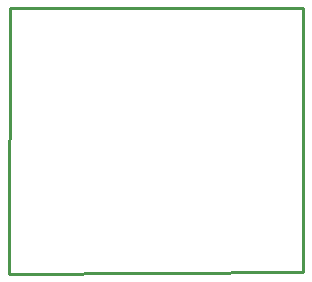
<source format=gko>
G04 Layer: BoardOutlineLayer*
G04 EasyEDA v6.5.47, 2024-09-14 10:47:09*
G04 8a541bcae6964f6aac3218be08962530,df7e7e3c38a3447abd37b529b333d242,10*
G04 Gerber Generator version 0.2*
G04 Scale: 100 percent, Rotated: No, Reflected: No *
G04 Dimensions in millimeters *
G04 leading zeros omitted , absolute positions ,4 integer and 5 decimal *
%FSLAX45Y45*%
%MOMM*%

%ADD10C,0.2540*%
D10*
X1790700Y8978900D02*
G01*
X4267200Y8978900D01*
X4267200Y6743700D01*
X1778000Y6731000D01*
X1790700Y8978900D01*

%LPD*%
M02*

</source>
